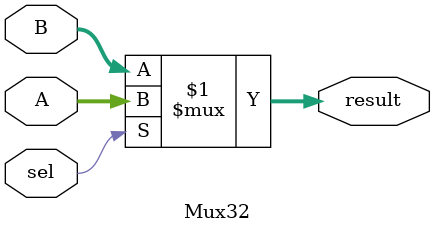
<source format=v>
module Mux32(
    input wire [31:0] A,
    input wire [31:0] B,
    input wire sel,
    output wire [31:0] result
);

    assign result = sel ? A : B;
endmodule
</source>
